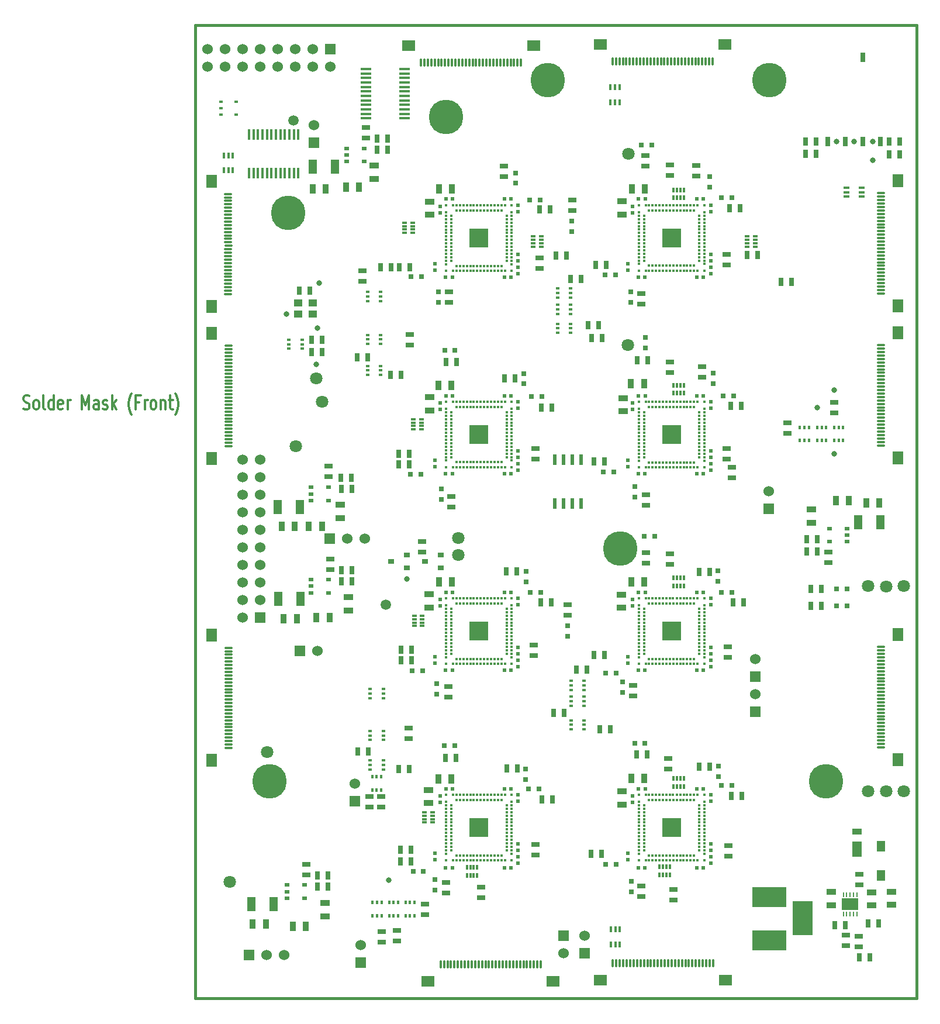
<source format=gts>
G04 (created by PCBNEW-RS274X (2012-01-19 BZR 3256)-stable) date 02/09/2012 17:18:13*
G01*
G70*
G90*
%MOIN*%
G04 Gerber Fmt 3.4, Leading zero omitted, Abs format*
%FSLAX34Y34*%
G04 APERTURE LIST*
%ADD10C,0.009800*%
%ADD11C,0.012000*%
%ADD12C,0.015000*%
%ADD13R,0.196900X0.118100*%
%ADD14R,0.118100X0.196900*%
%ADD15C,0.059100*%
%ADD16C,0.070900*%
%ADD17C,0.031600*%
%ADD18R,0.025600X0.011800*%
%ADD19R,0.110200X0.110200*%
%ADD20R,0.011800X0.011800*%
%ADD21R,0.051200X0.043300*%
%ADD22R,0.060000X0.060000*%
%ADD23C,0.060000*%
%ADD24R,0.074800X0.063000*%
%ADD25O,0.011800X0.049200*%
%ADD26R,0.045000X0.025000*%
%ADD27R,0.030000X0.020000*%
%ADD28R,0.025000X0.045000*%
%ADD29R,0.093700X0.065000*%
%ADD30R,0.009800X0.026600*%
%ADD31R,0.055100X0.086600*%
%ADD32R,0.055100X0.035400*%
%ADD33R,0.015700X0.019700*%
%ADD34R,0.019700X0.015700*%
%ADD35R,0.063000X0.074800*%
%ADD36O,0.049200X0.011800*%
%ADD37R,0.011800X0.063000*%
%ADD38R,0.063000X0.011800*%
%ADD39R,0.025600X0.053100*%
%ADD40R,0.037400X0.025600*%
%ADD41R,0.023600X0.015700*%
%ADD42R,0.047200X0.063000*%
%ADD43R,0.047200X0.078700*%
%ADD44R,0.024400X0.024400*%
%ADD45R,0.055000X0.035000*%
%ADD46R,0.035000X0.055000*%
%ADD47C,0.196900*%
%ADD48R,0.031400X0.031400*%
%ADD49R,0.020000X0.059100*%
%ADD50R,0.011800X0.025600*%
%ADD51R,0.013800X0.033500*%
%ADD52R,0.033500X0.013800*%
G04 APERTURE END LIST*
G54D10*
G54D11*
X05444Y-31733D02*
X05530Y-31771D01*
X05673Y-31771D01*
X05730Y-31733D01*
X05759Y-31695D01*
X05787Y-31618D01*
X05787Y-31542D01*
X05759Y-31466D01*
X05730Y-31428D01*
X05673Y-31390D01*
X05559Y-31352D01*
X05501Y-31314D01*
X05473Y-31276D01*
X05444Y-31199D01*
X05444Y-31123D01*
X05473Y-31047D01*
X05501Y-31009D01*
X05559Y-30971D01*
X05701Y-30971D01*
X05787Y-31009D01*
X06130Y-31771D02*
X06072Y-31733D01*
X06044Y-31695D01*
X06015Y-31618D01*
X06015Y-31390D01*
X06044Y-31314D01*
X06072Y-31276D01*
X06130Y-31237D01*
X06215Y-31237D01*
X06272Y-31276D01*
X06301Y-31314D01*
X06330Y-31390D01*
X06330Y-31618D01*
X06301Y-31695D01*
X06272Y-31733D01*
X06215Y-31771D01*
X06130Y-31771D01*
X06673Y-31771D02*
X06615Y-31733D01*
X06587Y-31657D01*
X06587Y-30971D01*
X07158Y-31771D02*
X07158Y-30971D01*
X07158Y-31733D02*
X07101Y-31771D01*
X06987Y-31771D01*
X06929Y-31733D01*
X06901Y-31695D01*
X06872Y-31618D01*
X06872Y-31390D01*
X06901Y-31314D01*
X06929Y-31276D01*
X06987Y-31237D01*
X07101Y-31237D01*
X07158Y-31276D01*
X07672Y-31733D02*
X07615Y-31771D01*
X07501Y-31771D01*
X07444Y-31733D01*
X07415Y-31657D01*
X07415Y-31352D01*
X07444Y-31276D01*
X07501Y-31237D01*
X07615Y-31237D01*
X07672Y-31276D01*
X07701Y-31352D01*
X07701Y-31428D01*
X07415Y-31504D01*
X07958Y-31771D02*
X07958Y-31237D01*
X07958Y-31390D02*
X07986Y-31314D01*
X08015Y-31276D01*
X08072Y-31237D01*
X08129Y-31237D01*
X08786Y-31771D02*
X08786Y-30971D01*
X08986Y-31542D01*
X09186Y-30971D01*
X09186Y-31771D01*
X09729Y-31771D02*
X09729Y-31352D01*
X09700Y-31276D01*
X09643Y-31237D01*
X09529Y-31237D01*
X09472Y-31276D01*
X09729Y-31733D02*
X09672Y-31771D01*
X09529Y-31771D01*
X09472Y-31733D01*
X09443Y-31657D01*
X09443Y-31580D01*
X09472Y-31504D01*
X09529Y-31466D01*
X09672Y-31466D01*
X09729Y-31428D01*
X09986Y-31733D02*
X10043Y-31771D01*
X10158Y-31771D01*
X10215Y-31733D01*
X10243Y-31657D01*
X10243Y-31618D01*
X10215Y-31542D01*
X10158Y-31504D01*
X10072Y-31504D01*
X10015Y-31466D01*
X09986Y-31390D01*
X09986Y-31352D01*
X10015Y-31276D01*
X10072Y-31237D01*
X10158Y-31237D01*
X10215Y-31276D01*
X10501Y-31771D02*
X10501Y-30971D01*
X10558Y-31466D02*
X10729Y-31771D01*
X10729Y-31237D02*
X10501Y-31542D01*
X11615Y-32076D02*
X11587Y-32037D01*
X11530Y-31923D01*
X11501Y-31847D01*
X11472Y-31733D01*
X11444Y-31542D01*
X11444Y-31390D01*
X11472Y-31199D01*
X11501Y-31085D01*
X11530Y-31009D01*
X11587Y-30895D01*
X11615Y-30857D01*
X12044Y-31352D02*
X11844Y-31352D01*
X11844Y-31771D02*
X11844Y-30971D01*
X12130Y-30971D01*
X12358Y-31771D02*
X12358Y-31237D01*
X12358Y-31390D02*
X12386Y-31314D01*
X12415Y-31276D01*
X12472Y-31237D01*
X12529Y-31237D01*
X12815Y-31771D02*
X12757Y-31733D01*
X12729Y-31695D01*
X12700Y-31618D01*
X12700Y-31390D01*
X12729Y-31314D01*
X12757Y-31276D01*
X12815Y-31237D01*
X12900Y-31237D01*
X12957Y-31276D01*
X12986Y-31314D01*
X13015Y-31390D01*
X13015Y-31618D01*
X12986Y-31695D01*
X12957Y-31733D01*
X12900Y-31771D01*
X12815Y-31771D01*
X13272Y-31237D02*
X13272Y-31771D01*
X13272Y-31314D02*
X13300Y-31276D01*
X13358Y-31237D01*
X13443Y-31237D01*
X13500Y-31276D01*
X13529Y-31352D01*
X13529Y-31771D01*
X13729Y-31237D02*
X13958Y-31237D01*
X13815Y-30971D02*
X13815Y-31657D01*
X13843Y-31733D01*
X13901Y-31771D01*
X13958Y-31771D01*
X14101Y-32076D02*
X14129Y-32037D01*
X14186Y-31923D01*
X14215Y-31847D01*
X14244Y-31733D01*
X14272Y-31542D01*
X14272Y-31390D01*
X14244Y-31199D01*
X14215Y-31085D01*
X14186Y-31009D01*
X14129Y-30895D01*
X14101Y-30857D01*
G54D12*
X56358Y-09882D02*
X56358Y-11083D01*
X15236Y-09882D02*
X15236Y-11063D01*
X56358Y-65335D02*
X15236Y-65335D01*
X15236Y-09882D02*
X56358Y-09882D01*
X56358Y-65335D02*
X56358Y-11102D01*
X15236Y-18661D02*
X15236Y-11102D01*
X15236Y-65315D02*
X15236Y-65335D01*
X15236Y-18681D02*
X15236Y-65315D01*
G54D13*
X47982Y-62041D03*
X47982Y-59581D03*
G54D14*
X49872Y-60762D03*
G54D15*
X20827Y-15315D03*
X26122Y-42894D03*
G54D16*
X30236Y-40069D03*
G54D17*
X22303Y-24567D03*
G54D18*
X27174Y-21122D03*
X27174Y-21319D03*
X27174Y-21516D03*
X27174Y-21713D03*
X27627Y-21713D03*
X27627Y-21516D03*
X27627Y-21319D03*
X27627Y-21122D03*
G54D19*
X42402Y-22007D03*
G54D20*
X44272Y-23877D03*
X40532Y-23877D03*
X44272Y-20137D03*
X40532Y-20137D03*
X40926Y-20137D03*
X41123Y-20137D03*
X41320Y-20137D03*
X41517Y-20137D03*
X41713Y-20137D03*
X41910Y-20137D03*
X42107Y-20137D03*
X42304Y-20137D03*
X42491Y-20137D03*
X42698Y-20137D03*
X42895Y-20137D03*
X43092Y-20137D03*
X43288Y-20137D03*
X43485Y-20137D03*
X43682Y-20137D03*
X43878Y-20137D03*
X41122Y-20432D03*
X41319Y-20432D03*
X41516Y-20432D03*
X41713Y-20432D03*
X41910Y-20432D03*
X42107Y-20432D03*
X42304Y-20432D03*
X42500Y-20432D03*
X42697Y-20432D03*
X42894Y-20432D03*
X43091Y-20432D03*
X43288Y-20432D03*
X43485Y-20432D03*
X43682Y-20432D03*
X40532Y-20531D03*
X40532Y-20727D03*
X40532Y-20924D03*
X40532Y-21121D03*
X40532Y-21318D03*
X40532Y-21515D03*
X40532Y-21909D03*
X40532Y-22106D03*
X40532Y-22302D03*
X40532Y-22499D03*
X40532Y-22892D03*
X40532Y-23089D03*
X40532Y-23286D03*
X40532Y-23483D03*
X40532Y-21712D03*
X40532Y-22696D03*
X40827Y-20727D03*
X40827Y-20924D03*
X40827Y-21121D03*
X40827Y-21318D03*
X40827Y-21515D03*
X40827Y-21712D03*
X40827Y-21909D03*
X40827Y-22105D03*
X40827Y-22302D03*
X40827Y-22499D03*
X40827Y-22696D03*
X40827Y-22893D03*
X40827Y-23090D03*
X40827Y-23287D03*
X40926Y-23877D03*
X41122Y-23877D03*
X41319Y-23877D03*
X41516Y-23877D03*
X41713Y-23877D03*
X41910Y-23877D03*
X42107Y-23877D03*
X42304Y-23877D03*
X42500Y-23877D03*
X42697Y-23877D03*
X42894Y-23877D03*
X43091Y-23877D03*
X43288Y-23877D03*
X43485Y-23877D03*
X43682Y-23877D03*
X43878Y-23877D03*
X41122Y-23582D03*
X41319Y-23582D03*
X41516Y-23582D03*
X41713Y-23582D03*
X41910Y-23582D03*
X42107Y-23582D03*
X42304Y-23582D03*
X42500Y-23582D03*
X42697Y-23582D03*
X42894Y-23582D03*
X43091Y-23582D03*
X43288Y-23582D03*
X43485Y-23582D03*
X43682Y-23582D03*
X44272Y-23483D03*
X44272Y-23287D03*
X44272Y-23090D03*
X44272Y-22893D03*
X44272Y-22696D03*
X44272Y-22499D03*
X44272Y-22302D03*
X44272Y-22105D03*
X44272Y-21909D03*
X44272Y-21712D03*
X44272Y-21515D03*
X44272Y-21121D03*
X44272Y-21318D03*
X44272Y-20924D03*
X44272Y-20727D03*
X44272Y-20531D03*
X43977Y-23287D03*
X43977Y-23090D03*
X43977Y-22893D03*
X43977Y-22696D03*
X43977Y-22499D03*
X43977Y-22302D03*
X43977Y-22105D03*
X43977Y-21909D03*
X43977Y-21712D03*
X43977Y-21515D03*
X43977Y-21318D03*
X43977Y-21121D03*
X43977Y-20924D03*
X43977Y-20727D03*
G54D21*
X21929Y-25699D03*
X21103Y-25699D03*
X21103Y-26349D03*
X21929Y-26349D03*
G54D22*
X18935Y-43630D03*
G54D23*
X17935Y-43630D03*
X18935Y-42630D03*
X17935Y-42630D03*
X18935Y-41630D03*
X17935Y-41630D03*
X18935Y-40630D03*
X17935Y-40630D03*
X18935Y-39630D03*
X17935Y-39630D03*
X18935Y-38630D03*
X17935Y-38630D03*
X18935Y-37630D03*
X17935Y-37630D03*
X18935Y-36630D03*
X17935Y-36630D03*
X18935Y-35630D03*
X17935Y-35630D03*
X18935Y-34630D03*
X17935Y-34630D03*
G54D19*
X31418Y-22009D03*
G54D20*
X33288Y-23879D03*
X29548Y-23879D03*
X33288Y-20139D03*
X29548Y-20139D03*
X29942Y-20139D03*
X30139Y-20139D03*
X30336Y-20139D03*
X30533Y-20139D03*
X30729Y-20139D03*
X30926Y-20139D03*
X31123Y-20139D03*
X31320Y-20139D03*
X31507Y-20139D03*
X31714Y-20139D03*
X31911Y-20139D03*
X32108Y-20139D03*
X32304Y-20139D03*
X32501Y-20139D03*
X32698Y-20139D03*
X32894Y-20139D03*
X30138Y-20434D03*
X30335Y-20434D03*
X30532Y-20434D03*
X30729Y-20434D03*
X30926Y-20434D03*
X31123Y-20434D03*
X31320Y-20434D03*
X31516Y-20434D03*
X31713Y-20434D03*
X31910Y-20434D03*
X32107Y-20434D03*
X32304Y-20434D03*
X32501Y-20434D03*
X32698Y-20434D03*
X29548Y-20533D03*
X29548Y-20729D03*
X29548Y-20926D03*
X29548Y-21123D03*
X29548Y-21320D03*
X29548Y-21517D03*
X29548Y-21911D03*
X29548Y-22108D03*
X29548Y-22304D03*
X29548Y-22501D03*
X29548Y-22894D03*
X29548Y-23091D03*
X29548Y-23288D03*
X29548Y-23485D03*
X29548Y-21714D03*
X29548Y-22698D03*
X29843Y-20729D03*
X29843Y-20926D03*
X29843Y-21123D03*
X29843Y-21320D03*
X29843Y-21517D03*
X29843Y-21714D03*
X29843Y-21911D03*
X29843Y-22107D03*
X29843Y-22304D03*
X29843Y-22501D03*
X29843Y-22698D03*
X29843Y-22895D03*
X29843Y-23092D03*
X29843Y-23289D03*
X29942Y-23879D03*
X30138Y-23879D03*
X30335Y-23879D03*
X30532Y-23879D03*
X30729Y-23879D03*
X30926Y-23879D03*
X31123Y-23879D03*
X31320Y-23879D03*
X31516Y-23879D03*
X31713Y-23879D03*
X31910Y-23879D03*
X32107Y-23879D03*
X32304Y-23879D03*
X32501Y-23879D03*
X32698Y-23879D03*
X32894Y-23879D03*
X30138Y-23584D03*
X30335Y-23584D03*
X30532Y-23584D03*
X30729Y-23584D03*
X30926Y-23584D03*
X31123Y-23584D03*
X31320Y-23584D03*
X31516Y-23584D03*
X31713Y-23584D03*
X31910Y-23584D03*
X32107Y-23584D03*
X32304Y-23584D03*
X32501Y-23584D03*
X32698Y-23584D03*
X33288Y-23485D03*
X33288Y-23289D03*
X33288Y-23092D03*
X33288Y-22895D03*
X33288Y-22698D03*
X33288Y-22501D03*
X33288Y-22304D03*
X33288Y-22107D03*
X33288Y-21911D03*
X33288Y-21714D03*
X33288Y-21517D03*
X33288Y-21123D03*
X33288Y-21320D03*
X33288Y-20926D03*
X33288Y-20729D03*
X33288Y-20533D03*
X32993Y-23289D03*
X32993Y-23092D03*
X32993Y-22895D03*
X32993Y-22698D03*
X32993Y-22501D03*
X32993Y-22304D03*
X32993Y-22107D03*
X32993Y-21911D03*
X32993Y-21714D03*
X32993Y-21517D03*
X32993Y-21320D03*
X32993Y-21123D03*
X32993Y-20926D03*
X32993Y-20729D03*
G54D19*
X42402Y-33209D03*
G54D20*
X44272Y-35079D03*
X40532Y-35079D03*
X44272Y-31339D03*
X40532Y-31339D03*
X40926Y-31339D03*
X41123Y-31339D03*
X41320Y-31339D03*
X41517Y-31339D03*
X41713Y-31339D03*
X41910Y-31339D03*
X42107Y-31339D03*
X42304Y-31339D03*
X42491Y-31339D03*
X42698Y-31339D03*
X42895Y-31339D03*
X43092Y-31339D03*
X43288Y-31339D03*
X43485Y-31339D03*
X43682Y-31339D03*
X43878Y-31339D03*
X41122Y-31634D03*
X41319Y-31634D03*
X41516Y-31634D03*
X41713Y-31634D03*
X41910Y-31634D03*
X42107Y-31634D03*
X42304Y-31634D03*
X42500Y-31634D03*
X42697Y-31634D03*
X42894Y-31634D03*
X43091Y-31634D03*
X43288Y-31634D03*
X43485Y-31634D03*
X43682Y-31634D03*
X40532Y-31733D03*
X40532Y-31929D03*
X40532Y-32126D03*
X40532Y-32323D03*
X40532Y-32520D03*
X40532Y-32717D03*
X40532Y-33111D03*
X40532Y-33308D03*
X40532Y-33504D03*
X40532Y-33701D03*
X40532Y-34094D03*
X40532Y-34291D03*
X40532Y-34488D03*
X40532Y-34685D03*
X40532Y-32914D03*
X40532Y-33898D03*
X40827Y-31929D03*
X40827Y-32126D03*
X40827Y-32323D03*
X40827Y-32520D03*
X40827Y-32717D03*
X40827Y-32914D03*
X40827Y-33111D03*
X40827Y-33307D03*
X40827Y-33504D03*
X40827Y-33701D03*
X40827Y-33898D03*
X40827Y-34095D03*
X40827Y-34292D03*
X40827Y-34489D03*
X40926Y-35079D03*
X41122Y-35079D03*
X41319Y-35079D03*
X41516Y-35079D03*
X41713Y-35079D03*
X41910Y-35079D03*
X42107Y-35079D03*
X42304Y-35079D03*
X42500Y-35079D03*
X42697Y-35079D03*
X42894Y-35079D03*
X43091Y-35079D03*
X43288Y-35079D03*
X43485Y-35079D03*
X43682Y-35079D03*
X43878Y-35079D03*
X41122Y-34784D03*
X41319Y-34784D03*
X41516Y-34784D03*
X41713Y-34784D03*
X41910Y-34784D03*
X42107Y-34784D03*
X42304Y-34784D03*
X42500Y-34784D03*
X42697Y-34784D03*
X42894Y-34784D03*
X43091Y-34784D03*
X43288Y-34784D03*
X43485Y-34784D03*
X43682Y-34784D03*
X44272Y-34685D03*
X44272Y-34489D03*
X44272Y-34292D03*
X44272Y-34095D03*
X44272Y-33898D03*
X44272Y-33701D03*
X44272Y-33504D03*
X44272Y-33307D03*
X44272Y-33111D03*
X44272Y-32914D03*
X44272Y-32717D03*
X44272Y-32323D03*
X44272Y-32520D03*
X44272Y-32126D03*
X44272Y-31929D03*
X44272Y-31733D03*
X43977Y-34489D03*
X43977Y-34292D03*
X43977Y-34095D03*
X43977Y-33898D03*
X43977Y-33701D03*
X43977Y-33504D03*
X43977Y-33307D03*
X43977Y-33111D03*
X43977Y-32914D03*
X43977Y-32717D03*
X43977Y-32520D03*
X43977Y-32323D03*
X43977Y-32126D03*
X43977Y-31929D03*
G54D19*
X31418Y-33206D03*
G54D20*
X33288Y-35076D03*
X29548Y-35076D03*
X33288Y-31336D03*
X29548Y-31336D03*
X29942Y-31336D03*
X30139Y-31336D03*
X30336Y-31336D03*
X30533Y-31336D03*
X30729Y-31336D03*
X30926Y-31336D03*
X31123Y-31336D03*
X31320Y-31336D03*
X31507Y-31336D03*
X31714Y-31336D03*
X31911Y-31336D03*
X32108Y-31336D03*
X32304Y-31336D03*
X32501Y-31336D03*
X32698Y-31336D03*
X32894Y-31336D03*
X30138Y-31631D03*
X30335Y-31631D03*
X30532Y-31631D03*
X30729Y-31631D03*
X30926Y-31631D03*
X31123Y-31631D03*
X31320Y-31631D03*
X31516Y-31631D03*
X31713Y-31631D03*
X31910Y-31631D03*
X32107Y-31631D03*
X32304Y-31631D03*
X32501Y-31631D03*
X32698Y-31631D03*
X29548Y-31730D03*
X29548Y-31926D03*
X29548Y-32123D03*
X29548Y-32320D03*
X29548Y-32517D03*
X29548Y-32714D03*
X29548Y-33108D03*
X29548Y-33305D03*
X29548Y-33501D03*
X29548Y-33698D03*
X29548Y-34091D03*
X29548Y-34288D03*
X29548Y-34485D03*
X29548Y-34682D03*
X29548Y-32911D03*
X29548Y-33895D03*
X29843Y-31926D03*
X29843Y-32123D03*
X29843Y-32320D03*
X29843Y-32517D03*
X29843Y-32714D03*
X29843Y-32911D03*
X29843Y-33108D03*
X29843Y-33304D03*
X29843Y-33501D03*
X29843Y-33698D03*
X29843Y-33895D03*
X29843Y-34092D03*
X29843Y-34289D03*
X29843Y-34486D03*
X29942Y-35076D03*
X30138Y-35076D03*
X30335Y-35076D03*
X30532Y-35076D03*
X30729Y-35076D03*
X30926Y-35076D03*
X31123Y-35076D03*
X31320Y-35076D03*
X31516Y-35076D03*
X31713Y-35076D03*
X31910Y-35076D03*
X32107Y-35076D03*
X32304Y-35076D03*
X32501Y-35076D03*
X32698Y-35076D03*
X32894Y-35076D03*
X30138Y-34781D03*
X30335Y-34781D03*
X30532Y-34781D03*
X30729Y-34781D03*
X30926Y-34781D03*
X31123Y-34781D03*
X31320Y-34781D03*
X31516Y-34781D03*
X31713Y-34781D03*
X31910Y-34781D03*
X32107Y-34781D03*
X32304Y-34781D03*
X32501Y-34781D03*
X32698Y-34781D03*
X33288Y-34682D03*
X33288Y-34486D03*
X33288Y-34289D03*
X33288Y-34092D03*
X33288Y-33895D03*
X33288Y-33698D03*
X33288Y-33501D03*
X33288Y-33304D03*
X33288Y-33108D03*
X33288Y-32911D03*
X33288Y-32714D03*
X33288Y-32320D03*
X33288Y-32517D03*
X33288Y-32123D03*
X33288Y-31926D03*
X33288Y-31730D03*
X32993Y-34486D03*
X32993Y-34289D03*
X32993Y-34092D03*
X32993Y-33895D03*
X32993Y-33698D03*
X32993Y-33501D03*
X32993Y-33304D03*
X32993Y-33108D03*
X32993Y-32911D03*
X32993Y-32714D03*
X32993Y-32517D03*
X32993Y-32320D03*
X32993Y-32123D03*
X32993Y-31926D03*
G54D19*
X31417Y-55610D03*
G54D20*
X33287Y-57480D03*
X29547Y-57480D03*
X33287Y-53740D03*
X29547Y-53740D03*
X29941Y-53740D03*
X30138Y-53740D03*
X30335Y-53740D03*
X30532Y-53740D03*
X30728Y-53740D03*
X30925Y-53740D03*
X31122Y-53740D03*
X31319Y-53740D03*
X31506Y-53740D03*
X31713Y-53740D03*
X31910Y-53740D03*
X32107Y-53740D03*
X32303Y-53740D03*
X32500Y-53740D03*
X32697Y-53740D03*
X32893Y-53740D03*
X30137Y-54035D03*
X30334Y-54035D03*
X30531Y-54035D03*
X30728Y-54035D03*
X30925Y-54035D03*
X31122Y-54035D03*
X31319Y-54035D03*
X31515Y-54035D03*
X31712Y-54035D03*
X31909Y-54035D03*
X32106Y-54035D03*
X32303Y-54035D03*
X32500Y-54035D03*
X32697Y-54035D03*
X29547Y-54134D03*
X29547Y-54330D03*
X29547Y-54527D03*
X29547Y-54724D03*
X29547Y-54921D03*
X29547Y-55118D03*
X29547Y-55512D03*
X29547Y-55709D03*
X29547Y-55905D03*
X29547Y-56102D03*
X29547Y-56495D03*
X29547Y-56692D03*
X29547Y-56889D03*
X29547Y-57086D03*
X29547Y-55315D03*
X29547Y-56299D03*
X29842Y-54330D03*
X29842Y-54527D03*
X29842Y-54724D03*
X29842Y-54921D03*
X29842Y-55118D03*
X29842Y-55315D03*
X29842Y-55512D03*
X29842Y-55708D03*
X29842Y-55905D03*
X29842Y-56102D03*
X29842Y-56299D03*
X29842Y-56496D03*
X29842Y-56693D03*
X29842Y-56890D03*
X29941Y-57480D03*
X30137Y-57480D03*
X30334Y-57480D03*
X30531Y-57480D03*
X30728Y-57480D03*
X30925Y-57480D03*
X31122Y-57480D03*
X31319Y-57480D03*
X31515Y-57480D03*
X31712Y-57480D03*
X31909Y-57480D03*
X32106Y-57480D03*
X32303Y-57480D03*
X32500Y-57480D03*
X32697Y-57480D03*
X32893Y-57480D03*
X30137Y-57185D03*
X30334Y-57185D03*
X30531Y-57185D03*
X30728Y-57185D03*
X30925Y-57185D03*
X31122Y-57185D03*
X31319Y-57185D03*
X31515Y-57185D03*
X31712Y-57185D03*
X31909Y-57185D03*
X32106Y-57185D03*
X32303Y-57185D03*
X32500Y-57185D03*
X32697Y-57185D03*
X33287Y-57086D03*
X33287Y-56890D03*
X33287Y-56693D03*
X33287Y-56496D03*
X33287Y-56299D03*
X33287Y-56102D03*
X33287Y-55905D03*
X33287Y-55708D03*
X33287Y-55512D03*
X33287Y-55315D03*
X33287Y-55118D03*
X33287Y-54724D03*
X33287Y-54921D03*
X33287Y-54527D03*
X33287Y-54330D03*
X33287Y-54134D03*
X32992Y-56890D03*
X32992Y-56693D03*
X32992Y-56496D03*
X32992Y-56299D03*
X32992Y-56102D03*
X32992Y-55905D03*
X32992Y-55708D03*
X32992Y-55512D03*
X32992Y-55315D03*
X32992Y-55118D03*
X32992Y-54921D03*
X32992Y-54724D03*
X32992Y-54527D03*
X32992Y-54330D03*
G54D19*
X42401Y-55611D03*
G54D20*
X44271Y-57481D03*
X40531Y-57481D03*
X44271Y-53741D03*
X40531Y-53741D03*
X40925Y-53741D03*
X41122Y-53741D03*
X41319Y-53741D03*
X41516Y-53741D03*
X41712Y-53741D03*
X41909Y-53741D03*
X42106Y-53741D03*
X42303Y-53741D03*
X42490Y-53741D03*
X42697Y-53741D03*
X42894Y-53741D03*
X43091Y-53741D03*
X43287Y-53741D03*
X43484Y-53741D03*
X43681Y-53741D03*
X43877Y-53741D03*
X41121Y-54036D03*
X41318Y-54036D03*
X41515Y-54036D03*
X41712Y-54036D03*
X41909Y-54036D03*
X42106Y-54036D03*
X42303Y-54036D03*
X42499Y-54036D03*
X42696Y-54036D03*
X42893Y-54036D03*
X43090Y-54036D03*
X43287Y-54036D03*
X43484Y-54036D03*
X43681Y-54036D03*
X40531Y-54135D03*
X40531Y-54331D03*
X40531Y-54528D03*
X40531Y-54725D03*
X40531Y-54922D03*
X40531Y-55119D03*
X40531Y-55513D03*
X40531Y-55710D03*
X40531Y-55906D03*
X40531Y-56103D03*
X40531Y-56496D03*
X40531Y-56693D03*
X40531Y-56890D03*
X40531Y-57087D03*
X40531Y-55316D03*
X40531Y-56300D03*
X40826Y-54331D03*
X40826Y-54528D03*
X40826Y-54725D03*
X40826Y-54922D03*
X40826Y-55119D03*
X40826Y-55316D03*
X40826Y-55513D03*
X40826Y-55709D03*
X40826Y-55906D03*
X40826Y-56103D03*
X40826Y-56300D03*
X40826Y-56497D03*
X40826Y-56694D03*
X40826Y-56891D03*
X40925Y-57481D03*
X41121Y-57481D03*
X41318Y-57481D03*
X41515Y-57481D03*
X41712Y-57481D03*
X41909Y-57481D03*
X42106Y-57481D03*
X42303Y-57481D03*
X42499Y-57481D03*
X42696Y-57481D03*
X42893Y-57481D03*
X43090Y-57481D03*
X43287Y-57481D03*
X43484Y-57481D03*
X43681Y-57481D03*
X43877Y-57481D03*
X41121Y-57186D03*
X41318Y-57186D03*
X41515Y-57186D03*
X41712Y-57186D03*
X41909Y-57186D03*
X42106Y-57186D03*
X42303Y-57186D03*
X42499Y-57186D03*
X42696Y-57186D03*
X42893Y-57186D03*
X43090Y-57186D03*
X43287Y-57186D03*
X43484Y-57186D03*
X43681Y-57186D03*
X44271Y-57087D03*
X44271Y-56891D03*
X44271Y-56694D03*
X44271Y-56497D03*
X44271Y-56300D03*
X44271Y-56103D03*
X44271Y-55906D03*
X44271Y-55709D03*
X44271Y-55513D03*
X44271Y-55316D03*
X44271Y-55119D03*
X44271Y-54725D03*
X44271Y-54922D03*
X44271Y-54528D03*
X44271Y-54331D03*
X44271Y-54135D03*
X43976Y-56891D03*
X43976Y-56694D03*
X43976Y-56497D03*
X43976Y-56300D03*
X43976Y-56103D03*
X43976Y-55906D03*
X43976Y-55709D03*
X43976Y-55513D03*
X43976Y-55316D03*
X43976Y-55119D03*
X43976Y-54922D03*
X43976Y-54725D03*
X43976Y-54528D03*
X43976Y-54331D03*
G54D19*
X42401Y-44412D03*
G54D20*
X44271Y-46282D03*
X40531Y-46282D03*
X44271Y-42542D03*
X40531Y-42542D03*
X40925Y-42542D03*
X41122Y-42542D03*
X41319Y-42542D03*
X41516Y-42542D03*
X41712Y-42542D03*
X41909Y-42542D03*
X42106Y-42542D03*
X42303Y-42542D03*
X42490Y-42542D03*
X42697Y-42542D03*
X42894Y-42542D03*
X43091Y-42542D03*
X43287Y-42542D03*
X43484Y-42542D03*
X43681Y-42542D03*
X43877Y-42542D03*
X41121Y-42837D03*
X41318Y-42837D03*
X41515Y-42837D03*
X41712Y-42837D03*
X41909Y-42837D03*
X42106Y-42837D03*
X42303Y-42837D03*
X42499Y-42837D03*
X42696Y-42837D03*
X42893Y-42837D03*
X43090Y-42837D03*
X43287Y-42837D03*
X43484Y-42837D03*
X43681Y-42837D03*
X40531Y-42936D03*
X40531Y-43132D03*
X40531Y-43329D03*
X40531Y-43526D03*
X40531Y-43723D03*
X40531Y-43920D03*
X40531Y-44314D03*
X40531Y-44511D03*
X40531Y-44707D03*
X40531Y-44904D03*
X40531Y-45297D03*
X40531Y-45494D03*
X40531Y-45691D03*
X40531Y-45888D03*
X40531Y-44117D03*
X40531Y-45101D03*
X40826Y-43132D03*
X40826Y-43329D03*
X40826Y-43526D03*
X40826Y-43723D03*
X40826Y-43920D03*
X40826Y-44117D03*
X40826Y-44314D03*
X40826Y-44510D03*
X40826Y-44707D03*
X40826Y-44904D03*
X40826Y-45101D03*
X40826Y-45298D03*
X40826Y-45495D03*
X40826Y-45692D03*
X40925Y-46282D03*
X41121Y-46282D03*
X41318Y-46282D03*
X41515Y-46282D03*
X41712Y-46282D03*
X41909Y-46282D03*
X42106Y-46282D03*
X42303Y-46282D03*
X42499Y-46282D03*
X42696Y-46282D03*
X42893Y-46282D03*
X43090Y-46282D03*
X43287Y-46282D03*
X43484Y-46282D03*
X43681Y-46282D03*
X43877Y-46282D03*
X41121Y-45987D03*
X41318Y-45987D03*
X41515Y-45987D03*
X41712Y-45987D03*
X41909Y-45987D03*
X42106Y-45987D03*
X42303Y-45987D03*
X42499Y-45987D03*
X42696Y-45987D03*
X42893Y-45987D03*
X43090Y-45987D03*
X43287Y-45987D03*
X43484Y-45987D03*
X43681Y-45987D03*
X44271Y-45888D03*
X44271Y-45692D03*
X44271Y-45495D03*
X44271Y-45298D03*
X44271Y-45101D03*
X44271Y-44904D03*
X44271Y-44707D03*
X44271Y-44510D03*
X44271Y-44314D03*
X44271Y-44117D03*
X44271Y-43920D03*
X44271Y-43526D03*
X44271Y-43723D03*
X44271Y-43329D03*
X44271Y-43132D03*
X44271Y-42936D03*
X43976Y-45692D03*
X43976Y-45495D03*
X43976Y-45298D03*
X43976Y-45101D03*
X43976Y-44904D03*
X43976Y-44707D03*
X43976Y-44510D03*
X43976Y-44314D03*
X43976Y-44117D03*
X43976Y-43920D03*
X43976Y-43723D03*
X43976Y-43526D03*
X43976Y-43329D03*
X43976Y-43132D03*
G54D19*
X31417Y-44411D03*
G54D20*
X33287Y-46281D03*
X29547Y-46281D03*
X33287Y-42541D03*
X29547Y-42541D03*
X29941Y-42541D03*
X30138Y-42541D03*
X30335Y-42541D03*
X30532Y-42541D03*
X30728Y-42541D03*
X30925Y-42541D03*
X31122Y-42541D03*
X31319Y-42541D03*
X31506Y-42541D03*
X31713Y-42541D03*
X31910Y-42541D03*
X32107Y-42541D03*
X32303Y-42541D03*
X32500Y-42541D03*
X32697Y-42541D03*
X32893Y-42541D03*
X30137Y-42836D03*
X30334Y-42836D03*
X30531Y-42836D03*
X30728Y-42836D03*
X30925Y-42836D03*
X31122Y-42836D03*
X31319Y-42836D03*
X31515Y-42836D03*
X31712Y-42836D03*
X31909Y-42836D03*
X32106Y-42836D03*
X32303Y-42836D03*
X32500Y-42836D03*
X32697Y-42836D03*
X29547Y-42935D03*
X29547Y-43131D03*
X29547Y-43328D03*
X29547Y-43525D03*
X29547Y-43722D03*
X29547Y-43919D03*
X29547Y-44313D03*
X29547Y-44510D03*
X29547Y-44706D03*
X29547Y-44903D03*
X29547Y-45296D03*
X29547Y-45493D03*
X29547Y-45690D03*
X29547Y-45887D03*
X29547Y-44116D03*
X29547Y-45100D03*
X29842Y-43131D03*
X29842Y-43328D03*
X29842Y-43525D03*
X29842Y-43722D03*
X29842Y-43919D03*
X29842Y-44116D03*
X29842Y-44313D03*
X29842Y-44509D03*
X29842Y-44706D03*
X29842Y-44903D03*
X29842Y-45100D03*
X29842Y-45297D03*
X29842Y-45494D03*
X29842Y-45691D03*
X29941Y-46281D03*
X30137Y-46281D03*
X30334Y-46281D03*
X30531Y-46281D03*
X30728Y-46281D03*
X30925Y-46281D03*
X31122Y-46281D03*
X31319Y-46281D03*
X31515Y-46281D03*
X31712Y-46281D03*
X31909Y-46281D03*
X32106Y-46281D03*
X32303Y-46281D03*
X32500Y-46281D03*
X32697Y-46281D03*
X32893Y-46281D03*
X30137Y-45986D03*
X30334Y-45986D03*
X30531Y-45986D03*
X30728Y-45986D03*
X30925Y-45986D03*
X31122Y-45986D03*
X31319Y-45986D03*
X31515Y-45986D03*
X31712Y-45986D03*
X31909Y-45986D03*
X32106Y-45986D03*
X32303Y-45986D03*
X32500Y-45986D03*
X32697Y-45986D03*
X33287Y-45887D03*
X33287Y-45691D03*
X33287Y-45494D03*
X33287Y-45297D03*
X33287Y-45100D03*
X33287Y-44903D03*
X33287Y-44706D03*
X33287Y-44509D03*
X33287Y-44313D03*
X33287Y-44116D03*
X33287Y-43919D03*
X33287Y-43525D03*
X33287Y-43722D03*
X33287Y-43328D03*
X33287Y-43131D03*
X33287Y-42935D03*
X32992Y-45691D03*
X32992Y-45494D03*
X32992Y-45297D03*
X32992Y-45100D03*
X32992Y-44903D03*
X32992Y-44706D03*
X32992Y-44509D03*
X32992Y-44313D03*
X32992Y-44116D03*
X32992Y-43919D03*
X32992Y-43722D03*
X32992Y-43525D03*
X32992Y-43328D03*
X32992Y-43131D03*
G54D24*
X45454Y-10964D03*
X38328Y-10964D03*
G54D25*
X39036Y-11928D03*
X39232Y-11928D03*
X39429Y-11928D03*
X39626Y-11928D03*
X39823Y-11928D03*
X40020Y-11928D03*
X40217Y-11928D03*
X40414Y-11928D03*
X40610Y-11928D03*
X40807Y-11928D03*
X41004Y-11928D03*
X41201Y-11928D03*
X41398Y-11928D03*
X41595Y-11928D03*
X41793Y-11929D03*
X41988Y-11928D03*
X42185Y-11928D03*
X42382Y-11928D03*
X42776Y-11928D03*
X43170Y-11928D03*
X43563Y-11928D03*
X43366Y-11928D03*
X42973Y-11928D03*
X42579Y-11928D03*
X43760Y-11928D03*
X43957Y-11928D03*
X44154Y-11928D03*
X44351Y-11928D03*
X44547Y-11928D03*
X44746Y-11928D03*
G54D24*
X34526Y-11022D03*
X27400Y-11022D03*
G54D25*
X28108Y-11986D03*
X28304Y-11986D03*
X28501Y-11986D03*
X28698Y-11986D03*
X28895Y-11986D03*
X29092Y-11986D03*
X29289Y-11986D03*
X29486Y-11986D03*
X29682Y-11986D03*
X29879Y-11986D03*
X30076Y-11986D03*
X30273Y-11986D03*
X30470Y-11986D03*
X30667Y-11986D03*
X30865Y-11987D03*
X31060Y-11986D03*
X31257Y-11986D03*
X31454Y-11986D03*
X31848Y-11986D03*
X32242Y-11986D03*
X32635Y-11986D03*
X32438Y-11986D03*
X32045Y-11986D03*
X31651Y-11986D03*
X32832Y-11986D03*
X33029Y-11986D03*
X33226Y-11986D03*
X33423Y-11986D03*
X33619Y-11986D03*
X33818Y-11986D03*
G54D26*
X34528Y-45812D03*
X34528Y-45212D03*
X34646Y-57170D03*
X34646Y-56570D03*
X45531Y-23528D03*
X45531Y-22928D03*
X45551Y-34610D03*
X45551Y-34010D03*
G54D27*
X20485Y-58877D03*
X20485Y-59627D03*
X21485Y-58877D03*
X20485Y-59252D03*
X21485Y-59627D03*
G54D26*
X21575Y-58293D03*
X21575Y-57693D03*
G54D28*
X22800Y-58327D03*
X22200Y-58327D03*
G54D27*
X21841Y-36213D03*
X21841Y-36963D03*
X22841Y-36213D03*
X21841Y-36588D03*
X22841Y-36963D03*
G54D26*
X22855Y-35616D03*
X22855Y-35016D03*
G54D28*
X24156Y-35663D03*
X23556Y-35663D03*
X24160Y-40923D03*
X23560Y-40923D03*
G54D26*
X22935Y-40889D03*
X22935Y-40289D03*
G54D27*
X21845Y-41473D03*
X21845Y-42223D03*
X22845Y-41473D03*
X21845Y-41848D03*
X22845Y-42223D03*
X23890Y-16891D03*
X23890Y-17641D03*
X24890Y-16891D03*
X23890Y-17266D03*
X24890Y-17641D03*
X52419Y-39303D03*
X52419Y-38553D03*
X51419Y-39303D03*
X52419Y-38928D03*
X51419Y-38553D03*
G54D29*
X52585Y-59971D03*
G54D30*
X52585Y-60522D03*
X52782Y-60522D03*
X52979Y-60522D03*
X52388Y-60522D03*
X52191Y-60522D03*
X52585Y-59420D03*
X52388Y-59420D03*
X52191Y-59420D03*
X52782Y-59420D03*
X52979Y-59420D03*
G54D31*
X52972Y-56831D03*
G54D32*
X52972Y-55827D03*
G54D28*
X50104Y-39853D03*
X50704Y-39853D03*
G54D26*
X51329Y-39887D03*
X51329Y-40487D03*
X52350Y-62318D03*
X52350Y-61718D03*
G54D28*
X52315Y-61172D03*
X51715Y-61172D03*
G54D26*
X53071Y-61806D03*
X53071Y-62406D03*
G54D28*
X53605Y-61054D03*
X54205Y-61054D03*
G54D26*
X24980Y-16307D03*
X24980Y-15707D03*
G54D28*
X26205Y-16341D03*
X25605Y-16341D03*
G54D26*
X34862Y-23725D03*
X34862Y-23125D03*
G54D33*
X27481Y-59882D03*
X27737Y-59882D03*
X27225Y-59882D03*
X27225Y-60630D03*
X27481Y-60630D03*
X27737Y-60630D03*
X26556Y-59882D03*
X26812Y-59882D03*
X26300Y-59882D03*
X26300Y-60630D03*
X26556Y-60630D03*
X26812Y-60630D03*
X25611Y-59882D03*
X25867Y-59882D03*
X25355Y-59882D03*
X25355Y-60630D03*
X25611Y-60630D03*
X25867Y-60630D03*
G54D26*
X45630Y-57249D03*
X45630Y-56649D03*
X45610Y-45891D03*
X45610Y-45291D03*
X34626Y-34610D03*
X34626Y-34010D03*
G54D34*
X35904Y-25137D03*
X35904Y-24881D03*
X35904Y-25393D03*
X36652Y-25393D03*
X36652Y-25137D03*
X36652Y-24881D03*
X25059Y-25335D03*
X25059Y-25079D03*
X25059Y-25591D03*
X25807Y-25591D03*
X25807Y-25335D03*
X25807Y-25079D03*
X35904Y-26063D03*
X35904Y-25807D03*
X35904Y-26319D03*
X36652Y-26319D03*
X36652Y-26063D03*
X36652Y-25807D03*
X25059Y-27776D03*
X25059Y-27520D03*
X25059Y-28032D03*
X25807Y-28032D03*
X25807Y-27776D03*
X25807Y-27520D03*
G54D24*
X28524Y-64351D03*
X35650Y-64351D03*
G54D25*
X34942Y-63387D03*
X34746Y-63387D03*
X34549Y-63387D03*
X34352Y-63387D03*
X34155Y-63387D03*
X33958Y-63387D03*
X33761Y-63387D03*
X33564Y-63387D03*
X33368Y-63387D03*
X33171Y-63387D03*
X32974Y-63387D03*
X32777Y-63387D03*
X32580Y-63387D03*
X32383Y-63387D03*
X32185Y-63386D03*
X31990Y-63387D03*
X31793Y-63387D03*
X31596Y-63387D03*
X31202Y-63387D03*
X30808Y-63387D03*
X30415Y-63387D03*
X30612Y-63387D03*
X31005Y-63387D03*
X31399Y-63387D03*
X30218Y-63387D03*
X30021Y-63387D03*
X29824Y-63387D03*
X29627Y-63387D03*
X29431Y-63387D03*
X29232Y-63387D03*
G54D24*
X38347Y-64312D03*
X45473Y-64312D03*
G54D25*
X44765Y-63348D03*
X44569Y-63348D03*
X44372Y-63348D03*
X44175Y-63348D03*
X43978Y-63348D03*
X43781Y-63348D03*
X43584Y-63348D03*
X43387Y-63348D03*
X43191Y-63348D03*
X42994Y-63348D03*
X42797Y-63348D03*
X42600Y-63348D03*
X42403Y-63348D03*
X42206Y-63348D03*
X42008Y-63347D03*
X41813Y-63348D03*
X41616Y-63348D03*
X41419Y-63348D03*
X41025Y-63348D03*
X40631Y-63348D03*
X40238Y-63348D03*
X40435Y-63348D03*
X40828Y-63348D03*
X41222Y-63348D03*
X40041Y-63348D03*
X39844Y-63348D03*
X39647Y-63348D03*
X39450Y-63348D03*
X39254Y-63348D03*
X39055Y-63348D03*
G54D35*
X55294Y-25865D03*
X55294Y-18739D03*
G54D36*
X54330Y-19447D03*
X54330Y-19643D03*
X54330Y-19840D03*
X54330Y-20037D03*
X54330Y-20234D03*
X54330Y-20431D03*
X54330Y-20628D03*
X54330Y-20825D03*
X54330Y-21021D03*
X54330Y-21218D03*
X54330Y-21415D03*
X54330Y-21612D03*
X54330Y-21809D03*
X54330Y-22006D03*
X54329Y-22204D03*
X54330Y-22399D03*
X54330Y-22596D03*
X54330Y-22793D03*
X54330Y-23187D03*
X54330Y-23581D03*
X54330Y-23974D03*
X54330Y-23777D03*
X54330Y-23384D03*
X54330Y-22990D03*
X54330Y-24171D03*
X54330Y-24368D03*
X54330Y-24565D03*
X54330Y-24762D03*
X54330Y-24958D03*
X54330Y-25157D03*
G54D35*
X55296Y-34527D03*
X55296Y-27401D03*
G54D36*
X54332Y-28109D03*
X54332Y-28305D03*
X54332Y-28502D03*
X54332Y-28699D03*
X54332Y-28896D03*
X54332Y-29093D03*
X54332Y-29290D03*
X54332Y-29487D03*
X54332Y-29683D03*
X54332Y-29880D03*
X54332Y-30077D03*
X54332Y-30274D03*
X54332Y-30471D03*
X54332Y-30668D03*
X54331Y-30866D03*
X54332Y-31061D03*
X54332Y-31258D03*
X54332Y-31455D03*
X54332Y-31849D03*
X54332Y-32243D03*
X54332Y-32636D03*
X54332Y-32439D03*
X54332Y-32046D03*
X54332Y-31652D03*
X54332Y-32833D03*
X54332Y-33030D03*
X54332Y-33227D03*
X54332Y-33424D03*
X54332Y-33620D03*
X54332Y-33819D03*
G54D35*
X55316Y-51732D03*
X55316Y-44606D03*
G54D36*
X54352Y-45314D03*
X54352Y-45510D03*
X54352Y-45707D03*
X54352Y-45904D03*
X54352Y-46101D03*
X54352Y-46298D03*
X54352Y-46495D03*
X54352Y-46692D03*
X54352Y-46888D03*
X54352Y-47085D03*
X54352Y-47282D03*
X54352Y-47479D03*
X54352Y-47676D03*
X54352Y-47873D03*
X54351Y-48071D03*
X54352Y-48266D03*
X54352Y-48463D03*
X54352Y-48660D03*
X54352Y-49054D03*
X54352Y-49448D03*
X54352Y-49841D03*
X54352Y-49644D03*
X54352Y-49251D03*
X54352Y-48857D03*
X54352Y-50038D03*
X54352Y-50235D03*
X54352Y-50432D03*
X54352Y-50629D03*
X54352Y-50825D03*
X54352Y-51024D03*
G54D35*
X16161Y-44646D03*
X16161Y-51772D03*
G54D36*
X17125Y-51064D03*
X17125Y-50868D03*
X17125Y-50671D03*
X17125Y-50474D03*
X17125Y-50277D03*
X17125Y-50080D03*
X17125Y-49883D03*
X17125Y-49686D03*
X17125Y-49490D03*
X17125Y-49293D03*
X17125Y-49096D03*
X17125Y-48899D03*
X17125Y-48702D03*
X17125Y-48505D03*
X17126Y-48307D03*
X17125Y-48112D03*
X17125Y-47915D03*
X17125Y-47718D03*
X17125Y-47324D03*
X17125Y-46930D03*
X17125Y-46537D03*
X17125Y-46734D03*
X17125Y-47127D03*
X17125Y-47521D03*
X17125Y-46340D03*
X17125Y-46143D03*
X17125Y-45946D03*
X17125Y-45749D03*
X17125Y-45553D03*
X17125Y-45354D03*
G54D35*
X16161Y-27441D03*
X16161Y-34567D03*
G54D36*
X17125Y-33859D03*
X17125Y-33663D03*
X17125Y-33466D03*
X17125Y-33269D03*
X17125Y-33072D03*
X17125Y-32875D03*
X17125Y-32678D03*
X17125Y-32481D03*
X17125Y-32285D03*
X17125Y-32088D03*
X17125Y-31891D03*
X17125Y-31694D03*
X17125Y-31497D03*
X17125Y-31300D03*
X17126Y-31102D03*
X17125Y-30907D03*
X17125Y-30710D03*
X17125Y-30513D03*
X17125Y-30119D03*
X17125Y-29725D03*
X17125Y-29332D03*
X17125Y-29529D03*
X17125Y-29922D03*
X17125Y-30316D03*
X17125Y-29135D03*
X17125Y-28938D03*
X17125Y-28741D03*
X17125Y-28544D03*
X17125Y-28348D03*
X17125Y-28149D03*
G54D35*
X16160Y-18780D03*
X16160Y-25906D03*
G54D36*
X17124Y-25198D03*
X17124Y-25002D03*
X17124Y-24805D03*
X17124Y-24608D03*
X17124Y-24411D03*
X17124Y-24214D03*
X17124Y-24017D03*
X17124Y-23820D03*
X17124Y-23624D03*
X17124Y-23427D03*
X17124Y-23230D03*
X17124Y-23033D03*
X17124Y-22836D03*
X17124Y-22639D03*
X17125Y-22441D03*
X17124Y-22246D03*
X17124Y-22049D03*
X17124Y-21852D03*
X17124Y-21458D03*
X17124Y-21064D03*
X17124Y-20671D03*
X17124Y-20868D03*
X17124Y-21261D03*
X17124Y-21655D03*
X17124Y-20474D03*
X17124Y-20277D03*
X17124Y-20080D03*
X17124Y-19883D03*
X17124Y-19687D03*
X17124Y-19488D03*
G54D37*
X20610Y-18307D03*
X20866Y-18307D03*
X21122Y-18307D03*
X20354Y-18307D03*
X20098Y-18307D03*
X19842Y-18307D03*
X18307Y-18307D03*
X18563Y-18307D03*
X18819Y-18307D03*
X19587Y-18307D03*
X19331Y-18307D03*
X19075Y-18307D03*
X19075Y-16103D03*
X19331Y-16103D03*
X19587Y-16103D03*
X18819Y-16103D03*
X18563Y-16103D03*
X18307Y-16103D03*
X19842Y-16103D03*
X20098Y-16103D03*
X20354Y-16103D03*
X21122Y-16103D03*
X20866Y-16103D03*
X20610Y-16103D03*
G54D38*
X27165Y-12874D03*
X27165Y-12618D03*
X27165Y-12362D03*
X27165Y-13130D03*
X27165Y-13386D03*
X27165Y-13642D03*
X27165Y-15177D03*
X27165Y-14921D03*
X27165Y-14665D03*
X27165Y-13897D03*
X27165Y-14153D03*
X27165Y-14409D03*
X24961Y-14409D03*
X24961Y-14153D03*
X24961Y-13897D03*
X24961Y-14665D03*
X24961Y-14921D03*
X24961Y-15177D03*
X24961Y-13642D03*
X24961Y-13386D03*
X24961Y-13130D03*
X24961Y-12362D03*
X24961Y-12618D03*
X24961Y-12874D03*
G54D39*
X53306Y-16516D03*
X54310Y-16516D03*
X52302Y-16516D03*
X51298Y-16516D03*
X53307Y-11713D03*
G54D40*
X29252Y-40806D03*
X29252Y-40058D03*
X28346Y-40432D03*
X27323Y-40806D03*
X27323Y-40058D03*
X26417Y-40432D03*
G54D26*
X28169Y-39306D03*
X28169Y-39906D03*
X26752Y-61472D03*
X26752Y-62072D03*
G54D34*
X35905Y-27145D03*
X35905Y-26889D03*
X35905Y-27401D03*
X36653Y-27401D03*
X36653Y-27145D03*
X36653Y-26889D03*
G54D41*
X16713Y-14606D03*
X16713Y-14232D03*
X16713Y-14980D03*
X17579Y-14980D03*
X17579Y-14232D03*
G54D26*
X24764Y-24454D03*
X24764Y-23854D03*
G54D28*
X54818Y-16516D03*
X55418Y-16516D03*
X54818Y-17244D03*
X55418Y-17244D03*
X50635Y-17185D03*
X50035Y-17185D03*
X50635Y-16516D03*
X50035Y-16516D03*
G54D34*
X36673Y-47500D03*
X36673Y-47244D03*
X36673Y-47756D03*
X37421Y-47756D03*
X37421Y-47500D03*
X37421Y-47244D03*
X36673Y-48406D03*
X36673Y-48150D03*
X36673Y-48662D03*
X37421Y-48662D03*
X37421Y-48406D03*
X37421Y-48150D03*
X25217Y-47972D03*
X25217Y-47716D03*
X25217Y-48228D03*
X25965Y-48228D03*
X25965Y-47972D03*
X25965Y-47716D03*
X25217Y-50354D03*
X25217Y-50098D03*
X25217Y-50610D03*
X25965Y-50610D03*
X25965Y-50354D03*
X25965Y-50098D03*
G54D33*
X50965Y-33543D03*
X50709Y-33543D03*
X51221Y-33543D03*
X51221Y-32795D03*
X50965Y-32795D03*
X50709Y-32795D03*
X51929Y-33543D03*
X51673Y-33543D03*
X52185Y-33543D03*
X52185Y-32795D03*
X51929Y-32795D03*
X51673Y-32795D03*
G54D34*
X20581Y-28051D03*
X20581Y-27795D03*
X20581Y-28307D03*
X21329Y-28307D03*
X21329Y-28051D03*
X21329Y-27795D03*
X36673Y-49744D03*
X36673Y-49488D03*
X36673Y-50000D03*
X37421Y-50000D03*
X37421Y-49744D03*
X37421Y-49488D03*
X25217Y-52028D03*
X25217Y-51772D03*
X25217Y-52284D03*
X25965Y-52284D03*
X25965Y-52028D03*
X25965Y-51772D03*
G54D33*
X49980Y-33543D03*
X49724Y-33543D03*
X50236Y-33543D03*
X50236Y-32795D03*
X49980Y-32795D03*
X49724Y-32795D03*
G54D42*
X54350Y-56671D03*
X54350Y-58345D03*
G54D43*
X54291Y-38205D03*
X53031Y-38205D03*
X18457Y-59960D03*
X19717Y-59960D03*
X19990Y-42578D03*
X21250Y-42578D03*
X19957Y-37322D03*
X21217Y-37322D03*
X21941Y-17925D03*
X23201Y-17925D03*
G54D26*
X53110Y-58863D03*
X53110Y-58263D03*
G54D28*
X21767Y-25010D03*
X21167Y-25010D03*
X26206Y-16969D03*
X25606Y-16969D03*
X53106Y-63012D03*
X53706Y-63012D03*
X50113Y-39173D03*
X50713Y-39173D03*
X24158Y-41555D03*
X23558Y-41555D03*
X24158Y-36299D03*
X23558Y-36299D03*
X22800Y-58957D03*
X22200Y-58957D03*
X37249Y-24331D03*
X36649Y-24331D03*
G54D26*
X27421Y-49936D03*
X27421Y-50536D03*
X27480Y-28115D03*
X27480Y-27515D03*
G54D28*
X37583Y-46614D03*
X36983Y-46614D03*
G54D26*
X42224Y-51669D03*
X42224Y-52269D03*
X42303Y-40015D03*
X42303Y-40615D03*
X42500Y-59129D03*
X42500Y-59729D03*
X25866Y-62150D03*
X25866Y-61550D03*
X51673Y-31354D03*
X51673Y-31954D03*
X31535Y-59011D03*
X31535Y-59611D03*
G54D28*
X24503Y-51280D03*
X25103Y-51280D03*
X27426Y-52283D03*
X26826Y-52283D03*
X38922Y-50000D03*
X38322Y-50000D03*
X35684Y-49075D03*
X36284Y-49075D03*
X27564Y-45472D03*
X26964Y-45472D03*
X27544Y-56870D03*
X26944Y-56870D03*
X38450Y-27697D03*
X37850Y-27697D03*
X38233Y-26969D03*
X37633Y-26969D03*
X26973Y-29803D03*
X26373Y-29803D03*
X24464Y-28799D03*
X25064Y-28799D03*
X36402Y-23012D03*
X35802Y-23012D03*
X27426Y-34311D03*
X26826Y-34311D03*
G54D26*
X42303Y-17830D03*
X42303Y-18430D03*
X42303Y-29070D03*
X42303Y-29670D03*
G54D28*
X47308Y-22953D03*
X46708Y-22953D03*
X48657Y-24488D03*
X49257Y-24488D03*
X26422Y-23681D03*
X25822Y-23681D03*
X38686Y-23524D03*
X38086Y-23524D03*
G54D26*
X40669Y-25153D03*
X40669Y-25753D03*
X43819Y-18469D03*
X43819Y-17869D03*
G54D28*
X45724Y-20295D03*
X46324Y-20295D03*
X38568Y-34724D03*
X37968Y-34724D03*
G54D26*
X40945Y-36629D03*
X40945Y-37229D03*
X44154Y-29926D03*
X44154Y-29326D03*
G54D28*
X45783Y-31575D03*
X46383Y-31575D03*
X27564Y-46083D03*
X26964Y-46083D03*
G54D26*
X29685Y-47574D03*
X29685Y-48174D03*
G54D28*
X32987Y-41004D03*
X33587Y-41004D03*
X34956Y-42776D03*
X35556Y-42776D03*
X27544Y-57539D03*
X26944Y-57539D03*
G54D26*
X29547Y-58735D03*
X29547Y-59335D03*
G54D28*
X33007Y-52244D03*
X33607Y-52244D03*
X34995Y-53996D03*
X35595Y-53996D03*
X38587Y-45768D03*
X37987Y-45768D03*
G54D26*
X40217Y-47495D03*
X40217Y-48095D03*
G54D28*
X43972Y-41024D03*
X44572Y-41024D03*
X45920Y-42756D03*
X46520Y-42756D03*
X38410Y-57087D03*
X37810Y-57087D03*
G54D26*
X40689Y-58932D03*
X40689Y-59532D03*
G54D28*
X43972Y-52146D03*
X44572Y-52146D03*
X45822Y-53799D03*
X46422Y-53799D03*
X27485Y-23681D03*
X26885Y-23681D03*
G54D26*
X29705Y-25074D03*
X29705Y-25674D03*
X32854Y-18509D03*
X32854Y-17909D03*
G54D28*
X34877Y-20354D03*
X35477Y-20354D03*
X27426Y-34902D03*
X26826Y-34902D03*
G54D26*
X29843Y-36728D03*
X29843Y-37328D03*
G54D28*
X32889Y-30000D03*
X33489Y-30000D03*
X34976Y-31673D03*
X35576Y-31673D03*
G54D44*
X33642Y-22921D03*
X33642Y-23299D03*
X29193Y-20563D03*
X29193Y-20185D03*
X28917Y-23453D03*
X28917Y-23831D03*
X33642Y-20504D03*
X33642Y-20126D03*
X33642Y-23669D03*
X33642Y-24047D03*
X29913Y-19783D03*
X29535Y-19783D03*
X32862Y-24232D03*
X33240Y-24232D03*
X29894Y-24232D03*
X29516Y-24232D03*
X32862Y-19783D03*
X33240Y-19783D03*
X43846Y-30984D03*
X44224Y-30984D03*
X40878Y-35433D03*
X40500Y-35433D03*
X43846Y-35433D03*
X44224Y-35433D03*
X40898Y-30984D03*
X40520Y-30984D03*
X44626Y-34870D03*
X44626Y-35248D03*
X44626Y-31705D03*
X44626Y-31327D03*
X39902Y-34654D03*
X39902Y-35032D03*
X40177Y-31764D03*
X40177Y-31386D03*
X44626Y-34122D03*
X44626Y-34500D03*
X44626Y-22921D03*
X44626Y-23299D03*
X40177Y-20563D03*
X40177Y-20185D03*
X39902Y-23453D03*
X39902Y-23831D03*
X44626Y-20504D03*
X44626Y-20126D03*
X44626Y-23669D03*
X44626Y-24047D03*
X40898Y-19783D03*
X40520Y-19783D03*
X43846Y-24232D03*
X44224Y-24232D03*
X40878Y-24232D03*
X40500Y-24232D03*
X43846Y-19783D03*
X44224Y-19783D03*
X32862Y-30984D03*
X33240Y-30984D03*
X29894Y-35433D03*
X29516Y-35433D03*
X32862Y-35433D03*
X33240Y-35433D03*
X29913Y-30984D03*
X29535Y-30984D03*
X33642Y-34870D03*
X33642Y-35248D03*
X33642Y-31705D03*
X33642Y-31327D03*
X28917Y-34654D03*
X28917Y-35032D03*
X29193Y-31764D03*
X29193Y-31386D03*
X33642Y-34122D03*
X33642Y-34500D03*
X33642Y-56524D03*
X33642Y-56902D03*
X29193Y-54165D03*
X29193Y-53787D03*
X28917Y-57055D03*
X28917Y-57433D03*
X33642Y-54106D03*
X33642Y-53728D03*
X33642Y-57272D03*
X33642Y-57650D03*
X29913Y-53386D03*
X29535Y-53386D03*
X32862Y-57894D03*
X33240Y-57894D03*
X29894Y-57894D03*
X29516Y-57894D03*
X32862Y-53386D03*
X33240Y-53386D03*
X43846Y-53386D03*
X44224Y-53386D03*
X40878Y-57894D03*
X40500Y-57894D03*
X43846Y-57894D03*
X44224Y-57894D03*
X40898Y-53386D03*
X40520Y-53386D03*
X44626Y-57272D03*
X44626Y-57650D03*
X44626Y-54106D03*
X44626Y-53728D03*
X39902Y-57055D03*
X39902Y-57433D03*
X40177Y-54165D03*
X40177Y-53787D03*
X44626Y-56524D03*
X44626Y-56902D03*
X44626Y-45323D03*
X44626Y-45701D03*
X40177Y-42965D03*
X40177Y-42587D03*
X39902Y-45854D03*
X39902Y-46232D03*
X44626Y-42906D03*
X44626Y-42528D03*
X44626Y-46071D03*
X44626Y-46449D03*
X40898Y-42185D03*
X40520Y-42185D03*
X43846Y-46634D03*
X44224Y-46634D03*
X40878Y-46634D03*
X40500Y-46634D03*
X43846Y-42185D03*
X44224Y-42185D03*
X32862Y-42185D03*
X33240Y-42185D03*
X29894Y-46634D03*
X29516Y-46634D03*
X32862Y-46634D03*
X33240Y-46634D03*
X29913Y-42185D03*
X29535Y-42185D03*
X33642Y-46071D03*
X33642Y-46449D03*
X33642Y-42906D03*
X33642Y-42528D03*
X28917Y-45854D03*
X28917Y-46232D03*
X29193Y-42965D03*
X29193Y-42587D03*
X33642Y-45323D03*
X33642Y-45701D03*
G54D45*
X28622Y-20670D03*
X28622Y-19920D03*
G54D46*
X29883Y-19213D03*
X29133Y-19213D03*
G54D45*
X28602Y-31832D03*
X28602Y-31082D03*
G54D46*
X29844Y-30394D03*
X29094Y-30394D03*
X23838Y-19094D03*
X24588Y-19094D03*
G54D45*
X39587Y-20651D03*
X39587Y-19901D03*
G54D46*
X40887Y-19193D03*
X40137Y-19193D03*
G54D45*
X39626Y-31871D03*
X39626Y-31121D03*
G54D46*
X40828Y-30315D03*
X40078Y-30315D03*
X21712Y-38425D03*
X22462Y-38425D03*
G54D45*
X23504Y-37204D03*
X23504Y-37954D03*
X28583Y-43052D03*
X28583Y-42302D03*
G54D46*
X29883Y-41594D03*
X29133Y-41594D03*
G54D45*
X28543Y-54214D03*
X28543Y-53464D03*
G54D46*
X29844Y-52835D03*
X29094Y-52835D03*
X22145Y-43622D03*
X22895Y-43622D03*
G54D45*
X23976Y-42479D03*
X23976Y-43229D03*
X39528Y-43072D03*
X39528Y-42322D03*
G54D46*
X40847Y-41614D03*
X40097Y-41614D03*
G54D45*
X39567Y-54292D03*
X39567Y-53542D03*
G54D46*
X40847Y-52795D03*
X40097Y-52795D03*
X20806Y-61220D03*
X21556Y-61220D03*
G54D45*
X22638Y-59901D03*
X22638Y-60651D03*
X50374Y-38229D03*
X50374Y-37479D03*
X25433Y-17873D03*
X25433Y-18623D03*
X54941Y-59251D03*
X54941Y-60001D03*
X53819Y-59290D03*
X53819Y-60040D03*
X51496Y-59271D03*
X51496Y-60021D03*
G54D17*
X26289Y-58593D03*
X27323Y-41427D03*
X53868Y-16516D03*
X53868Y-17579D03*
X52795Y-16496D03*
X51791Y-16496D03*
X22224Y-27136D03*
X51663Y-34311D03*
X51663Y-30679D03*
X50709Y-31673D03*
G54D26*
X49006Y-32544D03*
X49006Y-33144D03*
X28346Y-60566D03*
X28346Y-59966D03*
G54D28*
X22465Y-27815D03*
X21865Y-27815D03*
X21865Y-28514D03*
X22465Y-28514D03*
G54D17*
X22146Y-29203D03*
G54D47*
X19469Y-52953D03*
X51220Y-52953D03*
X39469Y-39715D03*
X20543Y-20567D03*
X47972Y-12992D03*
G54D17*
X20443Y-26348D03*
G54D48*
X33524Y-18289D03*
X33524Y-18879D03*
X35000Y-31043D03*
X34410Y-31043D03*
X33976Y-29724D03*
X33976Y-30314D03*
X34901Y-19824D03*
X34311Y-19824D03*
X27540Y-24194D03*
X28130Y-24194D03*
X29094Y-25670D03*
X29094Y-25080D03*
X45826Y-19705D03*
X45236Y-19705D03*
X44587Y-18505D03*
X44587Y-19095D03*
X38603Y-24115D03*
X39193Y-24115D03*
X40079Y-25670D03*
X40079Y-25080D03*
X27520Y-35452D03*
X28110Y-35452D03*
X29272Y-36889D03*
X29272Y-36299D03*
X45945Y-30984D03*
X45355Y-30984D03*
X44783Y-29704D03*
X44783Y-30294D03*
X38524Y-35334D03*
X39114Y-35334D03*
X40295Y-36771D03*
X40295Y-36181D03*
X28996Y-47992D03*
X28996Y-47402D03*
X27618Y-46653D03*
X28208Y-46653D03*
X34094Y-41004D03*
X34094Y-41594D03*
X34941Y-42204D03*
X34351Y-42204D03*
X39606Y-47893D03*
X39606Y-47303D03*
X38642Y-46811D03*
X39232Y-46811D03*
X45039Y-40965D03*
X45039Y-41555D03*
X45846Y-42205D03*
X45256Y-42205D03*
X45846Y-53209D03*
X45256Y-53209D03*
X45089Y-52107D03*
X45089Y-52697D03*
X38642Y-57716D03*
X39232Y-57716D03*
X40098Y-59271D03*
X40098Y-58681D03*
X34842Y-53386D03*
X34252Y-53386D03*
X34075Y-52264D03*
X34075Y-52854D03*
X28898Y-59153D03*
X28898Y-58563D03*
X27658Y-58091D03*
X28248Y-58091D03*
G54D46*
X52521Y-36959D03*
X51771Y-36959D03*
G54D49*
X35750Y-34650D03*
X36250Y-34650D03*
X36750Y-34650D03*
X37250Y-34650D03*
X37250Y-37150D03*
X36750Y-37150D03*
X36250Y-37150D03*
X35750Y-37150D03*
G54D50*
X42500Y-19706D03*
X42697Y-19706D03*
X42894Y-19706D03*
X43091Y-19706D03*
X43091Y-19253D03*
X42894Y-19253D03*
X42697Y-19253D03*
X42500Y-19253D03*
G54D18*
X28132Y-32913D03*
X28132Y-32716D03*
X28132Y-32519D03*
X28132Y-32322D03*
X27679Y-32322D03*
X27679Y-32519D03*
X27679Y-32716D03*
X27679Y-32913D03*
G54D50*
X42500Y-30838D03*
X42697Y-30838D03*
X42894Y-30838D03*
X43091Y-30838D03*
X43091Y-30385D03*
X42894Y-30385D03*
X42697Y-30385D03*
X42500Y-30385D03*
G54D18*
X34972Y-22500D03*
X34972Y-22303D03*
X34972Y-22106D03*
X34972Y-21909D03*
X34519Y-21909D03*
X34519Y-22106D03*
X34519Y-22303D03*
X34519Y-22500D03*
X46721Y-21910D03*
X46721Y-22107D03*
X46721Y-22304D03*
X46721Y-22501D03*
X47174Y-22501D03*
X47174Y-22304D03*
X47174Y-22107D03*
X47174Y-21910D03*
X28181Y-44114D03*
X28181Y-43917D03*
X28181Y-43720D03*
X28181Y-43523D03*
X27728Y-43523D03*
X27728Y-43720D03*
X27728Y-43917D03*
X27728Y-44114D03*
G54D50*
X42500Y-41822D03*
X42697Y-41822D03*
X42894Y-41822D03*
X43091Y-41822D03*
X43091Y-41369D03*
X42894Y-41369D03*
X42697Y-41369D03*
X42500Y-41369D03*
X42500Y-53259D03*
X42697Y-53259D03*
X42894Y-53259D03*
X43091Y-53259D03*
X43091Y-52806D03*
X42894Y-52806D03*
X42697Y-52806D03*
X42500Y-52806D03*
X41713Y-58299D03*
X41910Y-58299D03*
X42107Y-58299D03*
X42304Y-58299D03*
X42304Y-57846D03*
X42107Y-57846D03*
X41910Y-57846D03*
X41713Y-57846D03*
X30729Y-58319D03*
X30926Y-58319D03*
X31123Y-58319D03*
X31320Y-58319D03*
X31320Y-57866D03*
X31123Y-57866D03*
X30926Y-57866D03*
X30729Y-57866D03*
G54D18*
X28771Y-55315D03*
X28771Y-55118D03*
X28771Y-54921D03*
X28771Y-54724D03*
X28318Y-54724D03*
X28318Y-54921D03*
X28318Y-55118D03*
X28318Y-55315D03*
G54D48*
X51821Y-42963D03*
X52411Y-42963D03*
X51811Y-41998D03*
X52401Y-41998D03*
G54D47*
X35345Y-12992D03*
G54D46*
X54241Y-37087D03*
X53491Y-37087D03*
X21034Y-43701D03*
X20284Y-43701D03*
X19265Y-61114D03*
X18515Y-61114D03*
X21936Y-19185D03*
X22686Y-19185D03*
X20914Y-38445D03*
X20164Y-38445D03*
G54D26*
X45846Y-35054D03*
X45846Y-35654D03*
G54D22*
X47953Y-37419D03*
G54D23*
X47953Y-36419D03*
G54D22*
X18291Y-62854D03*
G54D23*
X19291Y-62854D03*
X20291Y-62854D03*
G54D22*
X22917Y-39134D03*
G54D23*
X23917Y-39134D03*
X24917Y-39134D03*
G54D22*
X21222Y-45522D03*
G54D23*
X22222Y-45522D03*
G54D22*
X21998Y-16563D03*
G54D23*
X21998Y-15563D03*
G54D22*
X47165Y-47008D03*
G54D23*
X47165Y-46008D03*
G54D22*
X47169Y-49008D03*
G54D23*
X47169Y-48008D03*
G54D16*
X30246Y-39104D03*
X22156Y-29990D03*
X22470Y-31329D03*
X39931Y-17205D03*
X39911Y-28110D03*
X20974Y-33858D03*
X17200Y-58700D03*
X19350Y-51289D03*
G54D28*
X50340Y-42963D03*
X50940Y-42963D03*
X50350Y-41998D03*
X50950Y-41998D03*
G54D16*
X54630Y-41854D03*
X55630Y-41850D03*
X53622Y-41850D03*
X53622Y-53543D03*
X54634Y-53543D03*
X55630Y-53543D03*
G54D51*
X39193Y-62264D03*
X39449Y-62264D03*
X38937Y-62264D03*
X39193Y-61398D03*
X38937Y-61398D03*
X39449Y-61398D03*
G54D52*
X53228Y-19390D03*
X53228Y-19134D03*
X53228Y-19646D03*
X52362Y-19390D03*
X52362Y-19646D03*
X52362Y-19134D03*
G54D51*
X39173Y-13386D03*
X38917Y-13386D03*
X39429Y-13386D03*
X39173Y-14252D03*
X39429Y-14252D03*
X38917Y-14252D03*
X17126Y-18150D03*
X17382Y-18150D03*
X16870Y-18150D03*
X17126Y-17284D03*
X16870Y-17284D03*
X17382Y-17284D03*
G54D34*
X25059Y-29547D03*
X25059Y-29291D03*
X25059Y-29803D03*
X25807Y-29803D03*
X25807Y-29547D03*
X25807Y-29291D03*
G54D47*
X29547Y-15089D03*
G54D48*
X40886Y-50797D03*
X40296Y-50797D03*
G54D28*
X40999Y-51427D03*
X40399Y-51427D03*
G54D48*
X30029Y-50935D03*
X29439Y-50935D03*
X36476Y-44105D03*
X36476Y-44695D03*
X41427Y-38986D03*
X40837Y-38986D03*
X30049Y-28396D03*
X29459Y-28396D03*
X36722Y-21034D03*
X36722Y-21624D03*
X41279Y-16703D03*
X40689Y-16703D03*
X40906Y-28267D03*
X40906Y-27677D03*
G54D28*
X30123Y-51624D03*
X29523Y-51624D03*
G54D26*
X36476Y-42909D03*
X36476Y-43509D03*
X40955Y-40546D03*
X40955Y-39946D03*
G54D28*
X30143Y-29055D03*
X29543Y-29055D03*
G54D26*
X36732Y-19818D03*
X36732Y-20418D03*
X40906Y-17908D03*
X40906Y-17308D03*
G54D28*
X41038Y-28957D03*
X40438Y-28957D03*
G54D22*
X22939Y-11242D03*
G54D23*
X22939Y-12242D03*
X21939Y-11242D03*
X21939Y-12242D03*
X20939Y-11242D03*
X20939Y-12242D03*
X19939Y-11242D03*
X19939Y-12242D03*
X18939Y-11242D03*
X18939Y-12242D03*
X17939Y-11242D03*
X17939Y-12242D03*
X16939Y-11242D03*
X16939Y-12242D03*
X15939Y-12242D03*
X15939Y-11242D03*
G54D26*
X25839Y-54450D03*
X25839Y-53850D03*
X25181Y-54446D03*
X25181Y-53846D03*
G54D33*
X25587Y-52709D03*
X25843Y-52709D03*
X25331Y-52709D03*
X25331Y-53457D03*
X25587Y-53457D03*
X25843Y-53457D03*
G54D22*
X36252Y-61783D03*
G54D23*
X36252Y-62783D03*
G54D22*
X24669Y-63311D03*
G54D23*
X24669Y-62311D03*
G54D22*
X37449Y-62783D03*
G54D23*
X37449Y-61783D03*
G54D22*
X24327Y-54091D03*
G54D23*
X24327Y-53091D03*
M02*

</source>
